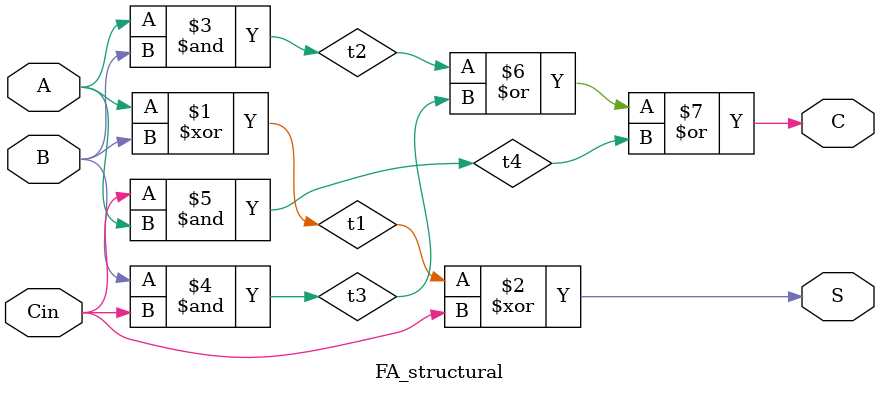
<source format=sv>
module FA_structural(S,C,A,B,Cin);
  input A,B,Cin;
  output S,C;
  wire t1,t2,t3,t4;
  
  xor x1 (t1,A,B);
  xor x2 (S,t1,Cin);
  
  and a1 (t2,A,B);
  and a2 (t3,B,Cin);
  and a3 (t4,Cin,A);
  
  or o1 (C,t2,t3,t4);
  
endmodule


</source>
